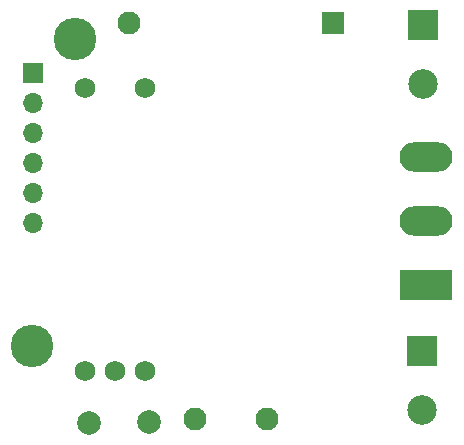
<source format=gts>
G04 #@! TF.GenerationSoftware,KiCad,Pcbnew,5.1.7-a382d34a8~88~ubuntu18.04.1*
G04 #@! TF.CreationDate,2021-08-20T00:55:45+05:30*
G04 #@! TF.ProjectId,BackEnd_HeavyDevice_v4,4261636b-456e-4645-9f48-656176794465,rev?*
G04 #@! TF.SameCoordinates,Original*
G04 #@! TF.FileFunction,Soldermask,Top*
G04 #@! TF.FilePolarity,Negative*
%FSLAX46Y46*%
G04 Gerber Fmt 4.6, Leading zero omitted, Abs format (unit mm)*
G04 Created by KiCad (PCBNEW 5.1.7-a382d34a8~88~ubuntu18.04.1) date 2021-08-20 00:55:45*
%MOMM*%
%LPD*%
G01*
G04 APERTURE LIST*
%ADD10C,3.600000*%
%ADD11C,1.750000*%
%ADD12R,4.500000X2.500000*%
%ADD13O,4.500000X2.500000*%
%ADD14C,2.000000*%
%ADD15R,2.500000X2.500000*%
%ADD16C,2.500000*%
%ADD17C,1.950000*%
%ADD18R,1.950000X1.950000*%
%ADD19R,1.700000X1.700000*%
%ADD20O,1.700000X1.700000*%
G04 APERTURE END LIST*
D10*
X117137000Y-101089000D03*
X113481760Y-127063520D03*
D11*
X117922000Y-129195000D03*
X123002000Y-129195000D03*
X120462000Y-129195000D03*
X117922000Y-105195000D03*
X123002000Y-105195000D03*
D12*
X146827000Y-121917000D03*
D13*
X146827000Y-116467000D03*
X146827000Y-111017000D03*
D14*
X118316000Y-133530000D03*
X123396000Y-133520000D03*
D15*
X146576000Y-99860100D03*
D16*
X146576000Y-104860100D03*
D15*
X146497000Y-127460000D03*
D16*
X146497000Y-132460000D03*
D17*
X133383000Y-133195000D03*
X121699000Y-99667000D03*
X127287000Y-133195000D03*
D18*
X138971000Y-99667000D03*
D19*
X113515000Y-103967000D03*
D20*
X113515000Y-106507000D03*
X113515000Y-109047000D03*
X113515000Y-111587000D03*
X113515000Y-114127000D03*
X113515000Y-116667000D03*
M02*

</source>
